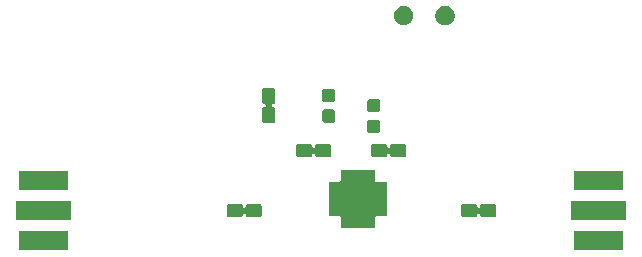
<source format=gbr>
G04 #@! TF.GenerationSoftware,KiCad,Pcbnew,5.1.2-f72e74a~84~ubuntu18.04.1*
G04 #@! TF.CreationDate,2019-07-08T15:36:52+02:00*
G04 #@! TF.ProjectId,prototype_1,70726f74-6f74-4797-9065-5f312e6b6963,rev?*
G04 #@! TF.SameCoordinates,Original*
G04 #@! TF.FileFunction,Soldermask,Top*
G04 #@! TF.FilePolarity,Negative*
%FSLAX46Y46*%
G04 Gerber Fmt 4.6, Leading zero omitted, Abs format (unit mm)*
G04 Created by KiCad (PCBNEW 5.1.2-f72e74a~84~ubuntu18.04.1) date 2019-07-08 15:36:52*
%MOMM*%
%LPD*%
G04 APERTURE LIST*
%ADD10C,0.100000*%
G04 APERTURE END LIST*
D10*
G36*
X172261000Y-126541000D02*
G01*
X168099000Y-126541000D01*
X168099000Y-124919000D01*
X172261000Y-124919000D01*
X172261000Y-126541000D01*
X172261000Y-126541000D01*
G37*
G36*
X125271000Y-126541000D02*
G01*
X121109000Y-126541000D01*
X121109000Y-124919000D01*
X125271000Y-124919000D01*
X125271000Y-126541000D01*
X125271000Y-126541000D01*
G37*
G36*
X151245999Y-120629000D02*
G01*
X151248401Y-120653386D01*
X151255514Y-120676835D01*
X151267065Y-120698446D01*
X151282610Y-120717388D01*
X151301552Y-120732933D01*
X151323163Y-120744484D01*
X151346612Y-120751597D01*
X151370998Y-120753999D01*
X152245999Y-120753999D01*
X152245999Y-123655999D01*
X151370998Y-123655999D01*
X151346612Y-123658401D01*
X151323163Y-123665514D01*
X151301552Y-123677065D01*
X151282610Y-123692610D01*
X151267065Y-123711552D01*
X151255514Y-123733163D01*
X151248401Y-123756612D01*
X151245999Y-123780998D01*
X151245999Y-124655999D01*
X148343999Y-124655999D01*
X148343999Y-123780998D01*
X148341597Y-123756612D01*
X148334484Y-123733163D01*
X148322933Y-123711552D01*
X148307388Y-123692610D01*
X148288446Y-123677065D01*
X148266835Y-123665514D01*
X148243386Y-123658401D01*
X148219000Y-123655999D01*
X147343999Y-123655999D01*
X147343999Y-120753999D01*
X148219000Y-120753999D01*
X148243386Y-120751597D01*
X148266835Y-120744484D01*
X148288446Y-120732933D01*
X148307388Y-120717388D01*
X148322933Y-120698446D01*
X148334484Y-120676835D01*
X148341597Y-120653386D01*
X148343999Y-120629000D01*
X148343999Y-119753999D01*
X151245999Y-119753999D01*
X151245999Y-120629000D01*
X151245999Y-120629000D01*
G37*
G36*
X172531000Y-124001000D02*
G01*
X167829000Y-124001000D01*
X167829000Y-122379000D01*
X172531000Y-122379000D01*
X172531000Y-124001000D01*
X172531000Y-124001000D01*
G37*
G36*
X125541000Y-124001000D02*
G01*
X120839000Y-124001000D01*
X120839000Y-122379000D01*
X125541000Y-122379000D01*
X125541000Y-124001000D01*
X125541000Y-124001000D01*
G37*
G36*
X159727811Y-122618605D02*
G01*
X159766867Y-122630453D01*
X159802862Y-122649693D01*
X159834414Y-122675586D01*
X159860307Y-122707138D01*
X159879547Y-122743133D01*
X159891395Y-122782189D01*
X159895603Y-122824918D01*
X159900383Y-122848951D01*
X159909761Y-122871590D01*
X159923374Y-122891964D01*
X159940701Y-122909291D01*
X159961076Y-122922905D01*
X159983715Y-122932283D01*
X160007748Y-122937063D01*
X160032252Y-122937063D01*
X160056285Y-122932283D01*
X160078924Y-122922905D01*
X160099298Y-122909292D01*
X160116625Y-122891965D01*
X160130239Y-122871590D01*
X160139617Y-122848951D01*
X160144397Y-122824918D01*
X160148605Y-122782189D01*
X160160453Y-122743133D01*
X160179693Y-122707138D01*
X160205586Y-122675586D01*
X160237138Y-122649693D01*
X160273133Y-122630453D01*
X160312189Y-122618605D01*
X160358949Y-122614000D01*
X161281051Y-122614000D01*
X161327811Y-122618605D01*
X161366867Y-122630453D01*
X161402862Y-122649693D01*
X161434414Y-122675586D01*
X161460307Y-122707138D01*
X161479547Y-122743133D01*
X161491395Y-122782189D01*
X161496000Y-122828949D01*
X161496000Y-123551051D01*
X161491395Y-123597811D01*
X161479547Y-123636867D01*
X161460307Y-123672862D01*
X161434414Y-123704414D01*
X161402862Y-123730307D01*
X161366867Y-123749547D01*
X161327811Y-123761395D01*
X161281051Y-123766000D01*
X160358949Y-123766000D01*
X160312189Y-123761395D01*
X160273133Y-123749547D01*
X160237138Y-123730307D01*
X160205586Y-123704414D01*
X160179693Y-123672862D01*
X160160453Y-123636867D01*
X160148605Y-123597811D01*
X160144397Y-123555082D01*
X160139617Y-123531049D01*
X160130239Y-123508410D01*
X160116626Y-123488036D01*
X160099299Y-123470709D01*
X160078924Y-123457095D01*
X160056285Y-123447717D01*
X160032252Y-123442937D01*
X160007748Y-123442937D01*
X159983715Y-123447717D01*
X159961076Y-123457095D01*
X159940702Y-123470708D01*
X159923375Y-123488035D01*
X159909761Y-123508410D01*
X159900383Y-123531049D01*
X159895603Y-123555082D01*
X159891395Y-123597811D01*
X159879547Y-123636867D01*
X159860307Y-123672862D01*
X159834414Y-123704414D01*
X159802862Y-123730307D01*
X159766867Y-123749547D01*
X159727811Y-123761395D01*
X159681051Y-123766000D01*
X158758949Y-123766000D01*
X158712189Y-123761395D01*
X158673133Y-123749547D01*
X158637138Y-123730307D01*
X158605586Y-123704414D01*
X158579693Y-123672862D01*
X158560453Y-123636867D01*
X158548605Y-123597811D01*
X158544000Y-123551051D01*
X158544000Y-122828949D01*
X158548605Y-122782189D01*
X158560453Y-122743133D01*
X158579693Y-122707138D01*
X158605586Y-122675586D01*
X158637138Y-122649693D01*
X158673133Y-122630453D01*
X158712189Y-122618605D01*
X158758949Y-122614000D01*
X159681051Y-122614000D01*
X159727811Y-122618605D01*
X159727811Y-122618605D01*
G37*
G36*
X139877811Y-122618605D02*
G01*
X139916867Y-122630453D01*
X139952862Y-122649693D01*
X139984414Y-122675586D01*
X140010307Y-122707138D01*
X140029547Y-122743133D01*
X140041395Y-122782189D01*
X140045603Y-122824918D01*
X140050383Y-122848951D01*
X140059761Y-122871590D01*
X140073374Y-122891964D01*
X140090701Y-122909291D01*
X140111076Y-122922905D01*
X140133715Y-122932283D01*
X140157748Y-122937063D01*
X140182252Y-122937063D01*
X140206285Y-122932283D01*
X140228924Y-122922905D01*
X140249298Y-122909292D01*
X140266625Y-122891965D01*
X140280239Y-122871590D01*
X140289617Y-122848951D01*
X140294397Y-122824918D01*
X140298605Y-122782189D01*
X140310453Y-122743133D01*
X140329693Y-122707138D01*
X140355586Y-122675586D01*
X140387138Y-122649693D01*
X140423133Y-122630453D01*
X140462189Y-122618605D01*
X140508949Y-122614000D01*
X141431051Y-122614000D01*
X141477811Y-122618605D01*
X141516867Y-122630453D01*
X141552862Y-122649693D01*
X141584414Y-122675586D01*
X141610307Y-122707138D01*
X141629547Y-122743133D01*
X141641395Y-122782189D01*
X141646000Y-122828949D01*
X141646000Y-123551051D01*
X141641395Y-123597811D01*
X141629547Y-123636867D01*
X141610307Y-123672862D01*
X141584414Y-123704414D01*
X141552862Y-123730307D01*
X141516867Y-123749547D01*
X141477811Y-123761395D01*
X141431051Y-123766000D01*
X140508949Y-123766000D01*
X140462189Y-123761395D01*
X140423133Y-123749547D01*
X140387138Y-123730307D01*
X140355586Y-123704414D01*
X140329693Y-123672862D01*
X140310453Y-123636867D01*
X140298605Y-123597811D01*
X140294397Y-123555082D01*
X140289617Y-123531049D01*
X140280239Y-123508410D01*
X140266626Y-123488036D01*
X140249299Y-123470709D01*
X140228924Y-123457095D01*
X140206285Y-123447717D01*
X140182252Y-123442937D01*
X140157748Y-123442937D01*
X140133715Y-123447717D01*
X140111076Y-123457095D01*
X140090702Y-123470708D01*
X140073375Y-123488035D01*
X140059761Y-123508410D01*
X140050383Y-123531049D01*
X140045603Y-123555082D01*
X140041395Y-123597811D01*
X140029547Y-123636867D01*
X140010307Y-123672862D01*
X139984414Y-123704414D01*
X139952862Y-123730307D01*
X139916867Y-123749547D01*
X139877811Y-123761395D01*
X139831051Y-123766000D01*
X138908949Y-123766000D01*
X138862189Y-123761395D01*
X138823133Y-123749547D01*
X138787138Y-123730307D01*
X138755586Y-123704414D01*
X138729693Y-123672862D01*
X138710453Y-123636867D01*
X138698605Y-123597811D01*
X138694000Y-123551051D01*
X138694000Y-122828949D01*
X138698605Y-122782189D01*
X138710453Y-122743133D01*
X138729693Y-122707138D01*
X138755586Y-122675586D01*
X138787138Y-122649693D01*
X138823133Y-122630453D01*
X138862189Y-122618605D01*
X138908949Y-122614000D01*
X139831051Y-122614000D01*
X139877811Y-122618605D01*
X139877811Y-122618605D01*
G37*
G36*
X172261000Y-121461000D02*
G01*
X168099000Y-121461000D01*
X168099000Y-119839000D01*
X172261000Y-119839000D01*
X172261000Y-121461000D01*
X172261000Y-121461000D01*
G37*
G36*
X125271000Y-121461000D02*
G01*
X121109000Y-121461000D01*
X121109000Y-119839000D01*
X125271000Y-119839000D01*
X125271000Y-121461000D01*
X125271000Y-121461000D01*
G37*
G36*
X145757811Y-117538605D02*
G01*
X145796867Y-117550453D01*
X145832862Y-117569693D01*
X145864414Y-117595586D01*
X145890307Y-117627138D01*
X145909547Y-117663133D01*
X145921395Y-117702189D01*
X145925603Y-117744918D01*
X145930383Y-117768951D01*
X145939761Y-117791590D01*
X145953374Y-117811964D01*
X145970701Y-117829291D01*
X145991076Y-117842905D01*
X146013715Y-117852283D01*
X146037748Y-117857063D01*
X146062252Y-117857063D01*
X146086285Y-117852283D01*
X146108924Y-117842905D01*
X146129298Y-117829292D01*
X146146625Y-117811965D01*
X146160239Y-117791590D01*
X146169617Y-117768951D01*
X146174397Y-117744918D01*
X146178605Y-117702189D01*
X146190453Y-117663133D01*
X146209693Y-117627138D01*
X146235586Y-117595586D01*
X146267138Y-117569693D01*
X146303133Y-117550453D01*
X146342189Y-117538605D01*
X146388949Y-117534000D01*
X147311051Y-117534000D01*
X147357811Y-117538605D01*
X147396867Y-117550453D01*
X147432862Y-117569693D01*
X147464414Y-117595586D01*
X147490307Y-117627138D01*
X147509547Y-117663133D01*
X147521395Y-117702189D01*
X147526000Y-117748949D01*
X147526000Y-118471051D01*
X147521395Y-118517811D01*
X147509547Y-118556867D01*
X147490307Y-118592862D01*
X147464414Y-118624414D01*
X147432862Y-118650307D01*
X147396867Y-118669547D01*
X147357811Y-118681395D01*
X147311051Y-118686000D01*
X146388949Y-118686000D01*
X146342189Y-118681395D01*
X146303133Y-118669547D01*
X146267138Y-118650307D01*
X146235586Y-118624414D01*
X146209693Y-118592862D01*
X146190453Y-118556867D01*
X146178605Y-118517811D01*
X146174397Y-118475082D01*
X146169617Y-118451049D01*
X146160239Y-118428410D01*
X146146626Y-118408036D01*
X146129299Y-118390709D01*
X146108924Y-118377095D01*
X146086285Y-118367717D01*
X146062252Y-118362937D01*
X146037748Y-118362937D01*
X146013715Y-118367717D01*
X145991076Y-118377095D01*
X145970702Y-118390708D01*
X145953375Y-118408035D01*
X145939761Y-118428410D01*
X145930383Y-118451049D01*
X145925603Y-118475082D01*
X145921395Y-118517811D01*
X145909547Y-118556867D01*
X145890307Y-118592862D01*
X145864414Y-118624414D01*
X145832862Y-118650307D01*
X145796867Y-118669547D01*
X145757811Y-118681395D01*
X145711051Y-118686000D01*
X144788949Y-118686000D01*
X144742189Y-118681395D01*
X144703133Y-118669547D01*
X144667138Y-118650307D01*
X144635586Y-118624414D01*
X144609693Y-118592862D01*
X144590453Y-118556867D01*
X144578605Y-118517811D01*
X144574000Y-118471051D01*
X144574000Y-117748949D01*
X144578605Y-117702189D01*
X144590453Y-117663133D01*
X144609693Y-117627138D01*
X144635586Y-117595586D01*
X144667138Y-117569693D01*
X144703133Y-117550453D01*
X144742189Y-117538605D01*
X144788949Y-117534000D01*
X145711051Y-117534000D01*
X145757811Y-117538605D01*
X145757811Y-117538605D01*
G37*
G36*
X152107811Y-117538605D02*
G01*
X152146867Y-117550453D01*
X152182862Y-117569693D01*
X152214414Y-117595586D01*
X152240307Y-117627138D01*
X152259547Y-117663133D01*
X152271395Y-117702189D01*
X152275603Y-117744918D01*
X152280383Y-117768951D01*
X152289761Y-117791590D01*
X152303374Y-117811964D01*
X152320701Y-117829291D01*
X152341076Y-117842905D01*
X152363715Y-117852283D01*
X152387748Y-117857063D01*
X152412252Y-117857063D01*
X152436285Y-117852283D01*
X152458924Y-117842905D01*
X152479298Y-117829292D01*
X152496625Y-117811965D01*
X152510239Y-117791590D01*
X152519617Y-117768951D01*
X152524397Y-117744918D01*
X152528605Y-117702189D01*
X152540453Y-117663133D01*
X152559693Y-117627138D01*
X152585586Y-117595586D01*
X152617138Y-117569693D01*
X152653133Y-117550453D01*
X152692189Y-117538605D01*
X152738949Y-117534000D01*
X153661051Y-117534000D01*
X153707811Y-117538605D01*
X153746867Y-117550453D01*
X153782862Y-117569693D01*
X153814414Y-117595586D01*
X153840307Y-117627138D01*
X153859547Y-117663133D01*
X153871395Y-117702189D01*
X153876000Y-117748949D01*
X153876000Y-118471051D01*
X153871395Y-118517811D01*
X153859547Y-118556867D01*
X153840307Y-118592862D01*
X153814414Y-118624414D01*
X153782862Y-118650307D01*
X153746867Y-118669547D01*
X153707811Y-118681395D01*
X153661051Y-118686000D01*
X152738949Y-118686000D01*
X152692189Y-118681395D01*
X152653133Y-118669547D01*
X152617138Y-118650307D01*
X152585586Y-118624414D01*
X152559693Y-118592862D01*
X152540453Y-118556867D01*
X152528605Y-118517811D01*
X152524397Y-118475082D01*
X152519617Y-118451049D01*
X152510239Y-118428410D01*
X152496626Y-118408036D01*
X152479299Y-118390709D01*
X152458924Y-118377095D01*
X152436285Y-118367717D01*
X152412252Y-118362937D01*
X152387748Y-118362937D01*
X152363715Y-118367717D01*
X152341076Y-118377095D01*
X152320702Y-118390708D01*
X152303375Y-118408035D01*
X152289761Y-118428410D01*
X152280383Y-118451049D01*
X152275603Y-118475082D01*
X152271395Y-118517811D01*
X152259547Y-118556867D01*
X152240307Y-118592862D01*
X152214414Y-118624414D01*
X152182862Y-118650307D01*
X152146867Y-118669547D01*
X152107811Y-118681395D01*
X152061051Y-118686000D01*
X151138949Y-118686000D01*
X151092189Y-118681395D01*
X151053133Y-118669547D01*
X151017138Y-118650307D01*
X150985586Y-118624414D01*
X150959693Y-118592862D01*
X150940453Y-118556867D01*
X150928605Y-118517811D01*
X150924000Y-118471051D01*
X150924000Y-117748949D01*
X150928605Y-117702189D01*
X150940453Y-117663133D01*
X150959693Y-117627138D01*
X150985586Y-117595586D01*
X151017138Y-117569693D01*
X151053133Y-117550453D01*
X151092189Y-117538605D01*
X151138949Y-117534000D01*
X152061051Y-117534000D01*
X152107811Y-117538605D01*
X152107811Y-117538605D01*
G37*
G36*
X151494499Y-115478445D02*
G01*
X151531995Y-115489820D01*
X151566554Y-115508292D01*
X151596847Y-115533153D01*
X151621708Y-115563446D01*
X151640180Y-115598005D01*
X151651555Y-115635501D01*
X151656000Y-115680638D01*
X151656000Y-116419362D01*
X151651555Y-116464499D01*
X151640180Y-116501995D01*
X151621708Y-116536554D01*
X151596847Y-116566847D01*
X151566554Y-116591708D01*
X151531995Y-116610180D01*
X151494499Y-116621555D01*
X151449362Y-116626000D01*
X150810638Y-116626000D01*
X150765501Y-116621555D01*
X150728005Y-116610180D01*
X150693446Y-116591708D01*
X150663153Y-116566847D01*
X150638292Y-116536554D01*
X150619820Y-116501995D01*
X150608445Y-116464499D01*
X150604000Y-116419362D01*
X150604000Y-115680638D01*
X150608445Y-115635501D01*
X150619820Y-115598005D01*
X150638292Y-115563446D01*
X150663153Y-115533153D01*
X150693446Y-115508292D01*
X150728005Y-115489820D01*
X150765501Y-115478445D01*
X150810638Y-115474000D01*
X151449362Y-115474000D01*
X151494499Y-115478445D01*
X151494499Y-115478445D01*
G37*
G36*
X142647811Y-112828605D02*
G01*
X142686867Y-112840453D01*
X142722862Y-112859693D01*
X142754414Y-112885586D01*
X142780307Y-112917138D01*
X142799547Y-112953133D01*
X142811395Y-112992189D01*
X142816000Y-113038949D01*
X142816000Y-113961051D01*
X142811395Y-114007811D01*
X142799547Y-114046867D01*
X142780307Y-114082862D01*
X142754414Y-114114414D01*
X142722862Y-114140307D01*
X142686867Y-114159547D01*
X142647811Y-114171395D01*
X142605082Y-114175603D01*
X142581049Y-114180383D01*
X142558410Y-114189761D01*
X142538036Y-114203374D01*
X142520709Y-114220701D01*
X142507095Y-114241076D01*
X142497717Y-114263715D01*
X142492937Y-114287748D01*
X142492937Y-114312252D01*
X142497717Y-114336285D01*
X142507095Y-114358924D01*
X142520708Y-114379298D01*
X142538035Y-114396625D01*
X142558410Y-114410239D01*
X142581049Y-114419617D01*
X142605082Y-114424397D01*
X142647811Y-114428605D01*
X142686867Y-114440453D01*
X142722862Y-114459693D01*
X142754414Y-114485586D01*
X142780307Y-114517138D01*
X142799547Y-114553133D01*
X142811395Y-114592189D01*
X142816000Y-114638949D01*
X142816000Y-115561051D01*
X142811395Y-115607811D01*
X142799547Y-115646867D01*
X142780307Y-115682862D01*
X142754414Y-115714414D01*
X142722862Y-115740307D01*
X142686867Y-115759547D01*
X142647811Y-115771395D01*
X142601051Y-115776000D01*
X141878949Y-115776000D01*
X141832189Y-115771395D01*
X141793133Y-115759547D01*
X141757138Y-115740307D01*
X141725586Y-115714414D01*
X141699693Y-115682862D01*
X141680453Y-115646867D01*
X141668605Y-115607811D01*
X141664000Y-115561051D01*
X141664000Y-114638949D01*
X141668605Y-114592189D01*
X141680453Y-114553133D01*
X141699693Y-114517138D01*
X141725586Y-114485586D01*
X141757138Y-114459693D01*
X141793133Y-114440453D01*
X141832189Y-114428605D01*
X141874918Y-114424397D01*
X141898951Y-114419617D01*
X141921590Y-114410239D01*
X141941964Y-114396626D01*
X141959291Y-114379299D01*
X141972905Y-114358924D01*
X141982283Y-114336285D01*
X141987063Y-114312252D01*
X141987063Y-114287748D01*
X141982283Y-114263715D01*
X141972905Y-114241076D01*
X141959292Y-114220702D01*
X141941965Y-114203375D01*
X141921590Y-114189761D01*
X141898951Y-114180383D01*
X141874918Y-114175603D01*
X141832189Y-114171395D01*
X141793133Y-114159547D01*
X141757138Y-114140307D01*
X141725586Y-114114414D01*
X141699693Y-114082862D01*
X141680453Y-114046867D01*
X141668605Y-114007811D01*
X141664000Y-113961051D01*
X141664000Y-113038949D01*
X141668605Y-112992189D01*
X141680453Y-112953133D01*
X141699693Y-112917138D01*
X141725586Y-112885586D01*
X141757138Y-112859693D01*
X141793133Y-112840453D01*
X141832189Y-112828605D01*
X141878949Y-112824000D01*
X142601051Y-112824000D01*
X142647811Y-112828605D01*
X142647811Y-112828605D01*
G37*
G36*
X147684499Y-114603445D02*
G01*
X147721995Y-114614820D01*
X147756554Y-114633292D01*
X147786847Y-114658153D01*
X147811708Y-114688446D01*
X147830180Y-114723005D01*
X147841555Y-114760501D01*
X147846000Y-114805638D01*
X147846000Y-115544362D01*
X147841555Y-115589499D01*
X147830180Y-115626995D01*
X147811708Y-115661554D01*
X147786847Y-115691847D01*
X147756554Y-115716708D01*
X147721995Y-115735180D01*
X147684499Y-115746555D01*
X147639362Y-115751000D01*
X147000638Y-115751000D01*
X146955501Y-115746555D01*
X146918005Y-115735180D01*
X146883446Y-115716708D01*
X146853153Y-115691847D01*
X146828292Y-115661554D01*
X146809820Y-115626995D01*
X146798445Y-115589499D01*
X146794000Y-115544362D01*
X146794000Y-114805638D01*
X146798445Y-114760501D01*
X146809820Y-114723005D01*
X146828292Y-114688446D01*
X146853153Y-114658153D01*
X146883446Y-114633292D01*
X146918005Y-114614820D01*
X146955501Y-114603445D01*
X147000638Y-114599000D01*
X147639362Y-114599000D01*
X147684499Y-114603445D01*
X147684499Y-114603445D01*
G37*
G36*
X151494499Y-113728445D02*
G01*
X151531995Y-113739820D01*
X151566554Y-113758292D01*
X151596847Y-113783153D01*
X151621708Y-113813446D01*
X151640180Y-113848005D01*
X151651555Y-113885501D01*
X151656000Y-113930638D01*
X151656000Y-114669362D01*
X151651555Y-114714499D01*
X151640180Y-114751995D01*
X151621708Y-114786554D01*
X151596847Y-114816847D01*
X151566554Y-114841708D01*
X151531995Y-114860180D01*
X151494499Y-114871555D01*
X151449362Y-114876000D01*
X150810638Y-114876000D01*
X150765501Y-114871555D01*
X150728005Y-114860180D01*
X150693446Y-114841708D01*
X150663153Y-114816847D01*
X150638292Y-114786554D01*
X150619820Y-114751995D01*
X150608445Y-114714499D01*
X150604000Y-114669362D01*
X150604000Y-113930638D01*
X150608445Y-113885501D01*
X150619820Y-113848005D01*
X150638292Y-113813446D01*
X150663153Y-113783153D01*
X150693446Y-113758292D01*
X150728005Y-113739820D01*
X150765501Y-113728445D01*
X150810638Y-113724000D01*
X151449362Y-113724000D01*
X151494499Y-113728445D01*
X151494499Y-113728445D01*
G37*
G36*
X147684499Y-112853445D02*
G01*
X147721995Y-112864820D01*
X147756554Y-112883292D01*
X147786847Y-112908153D01*
X147811708Y-112938446D01*
X147830180Y-112973005D01*
X147841555Y-113010501D01*
X147846000Y-113055638D01*
X147846000Y-113794362D01*
X147841555Y-113839499D01*
X147830180Y-113876995D01*
X147811708Y-113911554D01*
X147786847Y-113941847D01*
X147756554Y-113966708D01*
X147721995Y-113985180D01*
X147684499Y-113996555D01*
X147639362Y-114001000D01*
X147000638Y-114001000D01*
X146955501Y-113996555D01*
X146918005Y-113985180D01*
X146883446Y-113966708D01*
X146853153Y-113941847D01*
X146828292Y-113911554D01*
X146809820Y-113876995D01*
X146798445Y-113839499D01*
X146794000Y-113794362D01*
X146794000Y-113055638D01*
X146798445Y-113010501D01*
X146809820Y-112973005D01*
X146828292Y-112938446D01*
X146853153Y-112908153D01*
X146883446Y-112883292D01*
X146918005Y-112864820D01*
X146955501Y-112853445D01*
X147000638Y-112849000D01*
X147639362Y-112849000D01*
X147684499Y-112853445D01*
X147684499Y-112853445D01*
G37*
G36*
X153907142Y-105898242D02*
G01*
X154055101Y-105959529D01*
X154188255Y-106048499D01*
X154301501Y-106161745D01*
X154390471Y-106294899D01*
X154451758Y-106442858D01*
X154483000Y-106599925D01*
X154483000Y-106760075D01*
X154451758Y-106917142D01*
X154390471Y-107065101D01*
X154301501Y-107198255D01*
X154188255Y-107311501D01*
X154055101Y-107400471D01*
X153907142Y-107461758D01*
X153750075Y-107493000D01*
X153589925Y-107493000D01*
X153432858Y-107461758D01*
X153284899Y-107400471D01*
X153151745Y-107311501D01*
X153038499Y-107198255D01*
X152949529Y-107065101D01*
X152888242Y-106917142D01*
X152857000Y-106760075D01*
X152857000Y-106599925D01*
X152888242Y-106442858D01*
X152949529Y-106294899D01*
X153038499Y-106161745D01*
X153151745Y-106048499D01*
X153284899Y-105959529D01*
X153432858Y-105898242D01*
X153589925Y-105867000D01*
X153750075Y-105867000D01*
X153907142Y-105898242D01*
X153907142Y-105898242D01*
G37*
G36*
X157407142Y-105898242D02*
G01*
X157555101Y-105959529D01*
X157688255Y-106048499D01*
X157801501Y-106161745D01*
X157890471Y-106294899D01*
X157951758Y-106442858D01*
X157983000Y-106599925D01*
X157983000Y-106760075D01*
X157951758Y-106917142D01*
X157890471Y-107065101D01*
X157801501Y-107198255D01*
X157688255Y-107311501D01*
X157555101Y-107400471D01*
X157407142Y-107461758D01*
X157250075Y-107493000D01*
X157089925Y-107493000D01*
X156932858Y-107461758D01*
X156784899Y-107400471D01*
X156651745Y-107311501D01*
X156538499Y-107198255D01*
X156449529Y-107065101D01*
X156388242Y-106917142D01*
X156357000Y-106760075D01*
X156357000Y-106599925D01*
X156388242Y-106442858D01*
X156449529Y-106294899D01*
X156538499Y-106161745D01*
X156651745Y-106048499D01*
X156784899Y-105959529D01*
X156932858Y-105898242D01*
X157089925Y-105867000D01*
X157250075Y-105867000D01*
X157407142Y-105898242D01*
X157407142Y-105898242D01*
G37*
M02*

</source>
